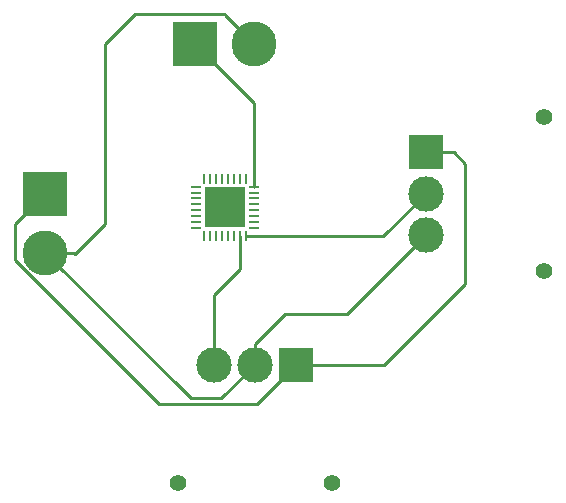
<source format=gbr>
%TF.GenerationSoftware,KiCad,Pcbnew,(6.0.9)*%
%TF.CreationDate,2022-11-29T22:08:51-03:00*%
%TF.ProjectId,luz_inteligente,6c757a5f-696e-4746-956c-6967656e7465,rev?*%
%TF.SameCoordinates,Original*%
%TF.FileFunction,Copper,L1,Top*%
%TF.FilePolarity,Positive*%
%FSLAX46Y46*%
G04 Gerber Fmt 4.6, Leading zero omitted, Abs format (unit mm)*
G04 Created by KiCad (PCBNEW (6.0.9)) date 2022-11-29 22:08:51*
%MOMM*%
%LPD*%
G01*
G04 APERTURE LIST*
G04 Aperture macros list*
%AMRoundRect*
0 Rectangle with rounded corners*
0 $1 Rounding radius*
0 $2 $3 $4 $5 $6 $7 $8 $9 X,Y pos of 4 corners*
0 Add a 4 corners polygon primitive as box body*
4,1,4,$2,$3,$4,$5,$6,$7,$8,$9,$2,$3,0*
0 Add four circle primitives for the rounded corners*
1,1,$1+$1,$2,$3*
1,1,$1+$1,$4,$5*
1,1,$1+$1,$6,$7*
1,1,$1+$1,$8,$9*
0 Add four rect primitives between the rounded corners*
20,1,$1+$1,$2,$3,$4,$5,0*
20,1,$1+$1,$4,$5,$6,$7,0*
20,1,$1+$1,$6,$7,$8,$9,0*
20,1,$1+$1,$8,$9,$2,$3,0*%
G04 Aperture macros list end*
%TA.AperFunction,ComponentPad*%
%ADD10C,3.000000*%
%TD*%
%TA.AperFunction,ComponentPad*%
%ADD11R,3.000000X3.000000*%
%TD*%
%TA.AperFunction,ComponentPad*%
%ADD12C,1.400000*%
%TD*%
%TA.AperFunction,ComponentPad*%
%ADD13R,3.800000X3.800000*%
%TD*%
%TA.AperFunction,ComponentPad*%
%ADD14C,3.800000*%
%TD*%
%TA.AperFunction,SMDPad,CuDef*%
%ADD15RoundRect,0.062500X-0.375000X-0.062500X0.375000X-0.062500X0.375000X0.062500X-0.375000X0.062500X0*%
%TD*%
%TA.AperFunction,SMDPad,CuDef*%
%ADD16RoundRect,0.062500X-0.062500X-0.375000X0.062500X-0.375000X0.062500X0.375000X-0.062500X0.375000X0*%
%TD*%
%TA.AperFunction,SMDPad,CuDef*%
%ADD17R,3.450000X3.450000*%
%TD*%
%TA.AperFunction,Conductor*%
%ADD18C,0.250000*%
%TD*%
G04 APERTURE END LIST*
D10*
%TO.P,KY-037-connectors1,3,Pin_3*%
%TO.N,Net-(Microcontrolador1-Pad15)*%
X72700000Y-57650000D03*
%TO.P,KY-037-connectors1,2,Pin_2*%
%TO.N,Net-(Microcontrolador1-Pad33)*%
X76200000Y-57650000D03*
D11*
%TO.P,KY-037-connectors1,1,Pin_1*%
%TO.N,Net-(Alimenta\u00E7\u00E3o1-Pad1)*%
X79700000Y-57650000D03*
D12*
%TO.P,KY-037-connectors1,*%
%TO.N,*%
X82700000Y-67650000D03*
X69700000Y-67650000D03*
%TD*%
D13*
%TO.P,J1,1,Pin_1*%
%TO.N,Net-(Microcontrolador1-Pad24)*%
X71120000Y-30480000D03*
D14*
%TO.P,J1,2,Pin_2*%
%TO.N,Net-(Microcontrolador1-Pad33)*%
X76120000Y-30480000D03*
%TD*%
D10*
%TO.P,HC-SR501-connectors1,3,Pin_3*%
%TO.N,Net-(Microcontrolador1-Pad33)*%
X90670000Y-46680000D03*
%TO.P,HC-SR501-connectors1,2,Pin_2*%
%TO.N,Net-(HC-SR501-connectors1-Pad2)*%
X90670000Y-43180000D03*
D11*
%TO.P,HC-SR501-connectors1,1,Pin_1*%
%TO.N,Net-(Alimenta\u00E7\u00E3o1-Pad1)*%
X90670000Y-39680000D03*
D12*
%TO.P,HC-SR501-connectors1,*%
%TO.N,*%
X100670000Y-36680000D03*
X100670000Y-49680000D03*
%TD*%
D13*
%TO.P,Alimenta\u00E7\u00E3o1,1,Pin_1*%
%TO.N,Net-(Alimenta\u00E7\u00E3o1-Pad1)*%
X58420000Y-43180000D03*
D14*
%TO.P,Alimenta\u00E7\u00E3o1,2,Pin_2*%
%TO.N,Net-(Microcontrolador1-Pad33)*%
X58420000Y-48180000D03*
%TD*%
D15*
%TO.P,Microcontrolador1,1,VDDA*%
%TO.N,unconnected-(Microcontrolador1-Pad1)*%
X71222500Y-42580000D03*
%TO.P,Microcontrolador1,2,LNA*%
%TO.N,unconnected-(Microcontrolador1-Pad2)*%
X71222500Y-43080000D03*
%TO.P,Microcontrolador1,3,VDD3P3*%
%TO.N,unconnected-(Microcontrolador1-Pad3)*%
X71222500Y-43580000D03*
%TO.P,Microcontrolador1,4,VDD3P3*%
%TO.N,unconnected-(Microcontrolador1-Pad4)*%
X71222500Y-44080000D03*
%TO.P,Microcontrolador1,5,VDD_RTC*%
%TO.N,unconnected-(Microcontrolador1-Pad5)*%
X71222500Y-44580000D03*
%TO.P,Microcontrolador1,6,TOUT*%
%TO.N,unconnected-(Microcontrolador1-Pad6)*%
X71222500Y-45080000D03*
%TO.P,Microcontrolador1,7,CHIP_PU*%
%TO.N,unconnected-(Microcontrolador1-Pad7)*%
X71222500Y-45580000D03*
%TO.P,Microcontrolador1,8,XPD_DCDC*%
%TO.N,unconnected-(Microcontrolador1-Pad8)*%
X71222500Y-46080000D03*
D16*
%TO.P,Microcontrolador1,9,MTMS*%
%TO.N,unconnected-(Microcontrolador1-Pad9)*%
X71910000Y-46767500D03*
%TO.P,Microcontrolador1,10,MTDI*%
%TO.N,unconnected-(Microcontrolador1-Pad10)*%
X72410000Y-46767500D03*
%TO.P,Microcontrolador1,11,VDDPST*%
%TO.N,unconnected-(Microcontrolador1-Pad11)*%
X72910000Y-46767500D03*
%TO.P,Microcontrolador1,12,MTCK*%
%TO.N,unconnected-(Microcontrolador1-Pad12)*%
X73410000Y-46767500D03*
%TO.P,Microcontrolador1,13,MTDO*%
%TO.N,unconnected-(Microcontrolador1-Pad13)*%
X73910000Y-46767500D03*
%TO.P,Microcontrolador1,14,GPIO2*%
%TO.N,unconnected-(Microcontrolador1-Pad14)*%
X74410000Y-46767500D03*
%TO.P,Microcontrolador1,15,GPIO0*%
%TO.N,Net-(Microcontrolador1-Pad15)*%
X74910000Y-46767500D03*
%TO.P,Microcontrolador1,16,GPIO4*%
%TO.N,Net-(HC-SR501-connectors1-Pad2)*%
X75410000Y-46767500D03*
D15*
%TO.P,Microcontrolador1,17,VDDPST*%
%TO.N,unconnected-(Microcontrolador1-Pad17)*%
X76097500Y-46080000D03*
%TO.P,Microcontrolador1,18,SDIO_DATA_2*%
%TO.N,unconnected-(Microcontrolador1-Pad18)*%
X76097500Y-45580000D03*
%TO.P,Microcontrolador1,19,SDIO_DATA_3*%
%TO.N,unconnected-(Microcontrolador1-Pad19)*%
X76097500Y-45080000D03*
%TO.P,Microcontrolador1,20,SDIO_CMD*%
%TO.N,unconnected-(Microcontrolador1-Pad20)*%
X76097500Y-44580000D03*
%TO.P,Microcontrolador1,21,SDIO_CLK*%
%TO.N,unconnected-(Microcontrolador1-Pad21)*%
X76097500Y-44080000D03*
%TO.P,Microcontrolador1,22,SDIO_DATA_0*%
%TO.N,unconnected-(Microcontrolador1-Pad22)*%
X76097500Y-43580000D03*
%TO.P,Microcontrolador1,23,SDIO_DATA_1*%
%TO.N,unconnected-(Microcontrolador1-Pad23)*%
X76097500Y-43080000D03*
%TO.P,Microcontrolador1,24,GPIO5*%
%TO.N,Net-(Microcontrolador1-Pad24)*%
X76097500Y-42580000D03*
D16*
%TO.P,Microcontrolador1,25,U0RXD*%
%TO.N,unconnected-(Microcontrolador1-Pad25)*%
X75410000Y-41892500D03*
%TO.P,Microcontrolador1,26,U0TXD*%
%TO.N,unconnected-(Microcontrolador1-Pad26)*%
X74910000Y-41892500D03*
%TO.P,Microcontrolador1,27,XTAL_OUT*%
%TO.N,unconnected-(Microcontrolador1-Pad27)*%
X74410000Y-41892500D03*
%TO.P,Microcontrolador1,28,XTAL_IN*%
%TO.N,unconnected-(Microcontrolador1-Pad28)*%
X73910000Y-41892500D03*
%TO.P,Microcontrolador1,29,VDDD*%
%TO.N,unconnected-(Microcontrolador1-Pad29)*%
X73410000Y-41892500D03*
%TO.P,Microcontrolador1,30,VDDA*%
%TO.N,unconnected-(Microcontrolador1-Pad30)*%
X72910000Y-41892500D03*
%TO.P,Microcontrolador1,31,RES12K*%
%TO.N,unconnected-(Microcontrolador1-Pad31)*%
X72410000Y-41892500D03*
%TO.P,Microcontrolador1,32,~{EXT_RSTB}*%
%TO.N,unconnected-(Microcontrolador1-Pad32)*%
X71910000Y-41892500D03*
D17*
%TO.P,Microcontrolador1,33,GND*%
%TO.N,Net-(Microcontrolador1-Pad33)*%
X73660000Y-44330000D03*
%TD*%
D18*
%TO.N,Net-(Microcontrolador1-Pad33)*%
X73660000Y-28020000D02*
X76120000Y-30480000D01*
X66040000Y-27940000D02*
X73660000Y-27940000D01*
X73660000Y-27940000D02*
X73660000Y-28020000D01*
X60960000Y-48260000D02*
X63500000Y-45720000D01*
X60880000Y-48180000D02*
X60960000Y-48260000D01*
X63500000Y-30480000D02*
X66040000Y-27940000D01*
X58420000Y-48180000D02*
X60880000Y-48180000D01*
X63500000Y-45720000D02*
X63500000Y-30480000D01*
X78740000Y-53340000D02*
X76200000Y-55880000D01*
X84010000Y-53340000D02*
X78740000Y-53340000D01*
X76200000Y-55880000D02*
X76200000Y-57650000D01*
X90670000Y-46680000D02*
X84010000Y-53340000D01*
X70750000Y-60510000D02*
X58420000Y-48180000D01*
X73340000Y-60510000D02*
X70750000Y-60510000D01*
X76200000Y-57650000D02*
X73340000Y-60510000D01*
%TO.N,Net-(Microcontrolador1-Pad15)*%
X72700000Y-51720000D02*
X72700000Y-57650000D01*
X74910000Y-49510000D02*
X72700000Y-51720000D01*
%TO.N,Net-(Alimenta\u00E7\u00E3o1-Pad1)*%
X87130000Y-57650000D02*
X79700000Y-57650000D01*
X93020000Y-39680000D02*
X93980000Y-40640000D01*
X90670000Y-39680000D02*
X93020000Y-39680000D01*
X93980000Y-40640000D02*
X93980000Y-50800000D01*
X93980000Y-50800000D02*
X87130000Y-57650000D01*
X76390000Y-60960000D02*
X79700000Y-57650000D01*
X55880000Y-48786626D02*
X68053374Y-60960000D01*
X55880000Y-45720000D02*
X55880000Y-48786626D01*
X58420000Y-43180000D02*
X55880000Y-45720000D01*
X68053374Y-60960000D02*
X76390000Y-60960000D01*
%TO.N,Net-(Microcontrolador1-Pad24)*%
X76097500Y-35457500D02*
X71120000Y-30480000D01*
X76097500Y-42580000D02*
X76097500Y-35457500D01*
%TO.N,Net-(HC-SR501-connectors1-Pad2)*%
X75410000Y-46767500D02*
X87082500Y-46767500D01*
X87082500Y-46767500D02*
X90670000Y-43180000D01*
%TO.N,Net-(Microcontrolador1-Pad15)*%
X74910000Y-46767500D02*
X74910000Y-49510000D01*
%TD*%
M02*

</source>
